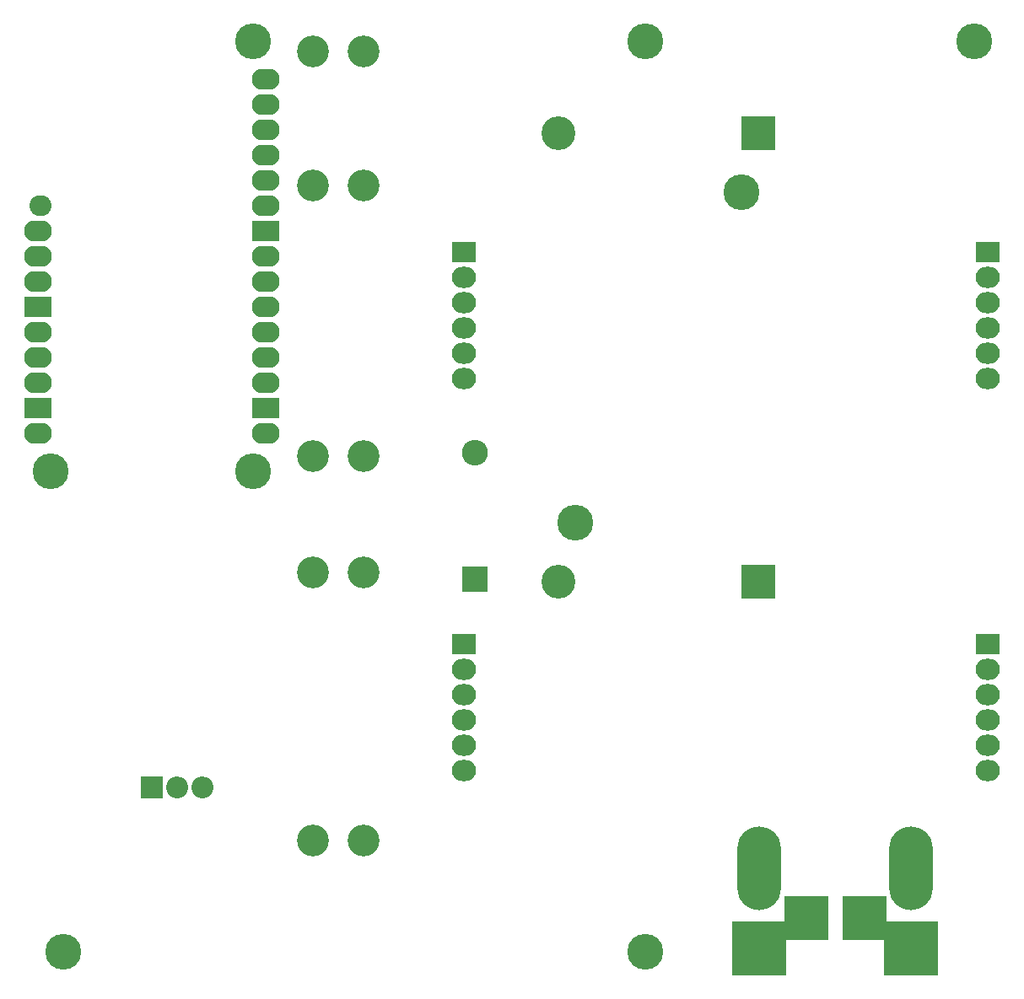
<source format=gbs>
G04 #@! TF.FileFunction,Soldermask,Bot*
%FSLAX46Y46*%
G04 Gerber Fmt 4.6, Leading zero omitted, Abs format (unit mm)*
G04 Created by KiCad (PCBNEW 4.0.4-stable) date 12/14/17 11:03:47*
%MOMM*%
%LPD*%
G01*
G04 APERTURE LIST*
%ADD10C,0.250000*%
%ADD11C,3.600000*%
%ADD12R,2.800000X2.100000*%
%ADD13O,2.800000X2.100000*%
%ADD14O,2.200000X2.100000*%
%ADD15C,3.400000*%
%ADD16R,3.400000X3.400000*%
%ADD17R,2.600000X2.600000*%
%ADD18O,2.600000X2.600000*%
%ADD19O,4.400000X8.400000*%
%ADD20R,5.400000X5.400000*%
%ADD21R,4.400000X4.400000*%
%ADD22O,2.432000X2.127200*%
%ADD23R,2.432000X2.127200*%
%ADD24C,3.200000*%
%ADD25R,2.200000X2.200000*%
%ADD26O,2.200000X2.200000*%
G04 APERTURE END LIST*
D10*
D11*
X135890000Y-67310000D03*
X135890000Y-158750000D03*
X77470000Y-158750000D03*
D12*
X97790000Y-104140000D03*
D13*
X97790000Y-101600000D03*
X97790000Y-99060000D03*
X97790000Y-96520000D03*
X97790000Y-93980000D03*
D14*
X75180000Y-83820000D03*
D13*
X97790000Y-91440000D03*
X74930000Y-86360000D03*
X97790000Y-88900000D03*
X74930000Y-88900000D03*
D12*
X97790000Y-86360000D03*
D13*
X74930000Y-91440000D03*
X97790000Y-83820000D03*
D12*
X74930000Y-93980000D03*
D13*
X97790000Y-81280000D03*
X74930000Y-96520000D03*
X97790000Y-78740000D03*
X74930000Y-99060000D03*
X97790000Y-76200000D03*
X74930000Y-101600000D03*
X97790000Y-73660000D03*
D12*
X74930000Y-104140000D03*
D13*
X97790000Y-71120000D03*
X74930000Y-106680000D03*
X97790000Y-106680000D03*
D11*
X96520000Y-67310000D03*
X96520000Y-110490000D03*
X76200000Y-110490000D03*
X128840000Y-115650000D03*
X145480000Y-82470000D03*
D15*
X127160000Y-121560000D03*
D16*
X147160000Y-121560000D03*
X147160000Y-76560000D03*
D15*
X127160000Y-76560000D03*
D17*
X118745000Y-121285000D03*
D18*
X118745000Y-108585000D03*
D19*
X162560000Y-150400000D03*
D20*
X162560000Y-158400000D03*
D21*
X157860000Y-155400000D03*
D22*
X117625000Y-101175000D03*
X117625000Y-98635000D03*
X117625000Y-96095000D03*
X117625000Y-93555000D03*
X117625000Y-91015000D03*
D23*
X117625000Y-88475000D03*
D24*
X102455980Y-68336160D03*
X107535980Y-68336160D03*
X102453440Y-81798160D03*
X107533440Y-81798160D03*
X102453440Y-108976160D03*
X107533440Y-108976160D03*
X102453440Y-120660160D03*
X107533440Y-120660160D03*
X102453440Y-147584160D03*
X107533440Y-147584160D03*
D22*
X117625000Y-140550000D03*
X117625000Y-138010000D03*
X117625000Y-135470000D03*
X117625000Y-132930000D03*
X117625000Y-130390000D03*
D23*
X117625000Y-127850000D03*
D22*
X170200000Y-101175000D03*
X170200000Y-98635000D03*
X170200000Y-96095000D03*
X170200000Y-93555000D03*
X170200000Y-91015000D03*
D23*
X170200000Y-88475000D03*
D22*
X170200000Y-140525000D03*
X170200000Y-137985000D03*
X170200000Y-135445000D03*
X170200000Y-132905000D03*
X170200000Y-130365000D03*
D23*
X170200000Y-127825000D03*
D25*
X86360000Y-142240000D03*
D26*
X88900000Y-142240000D03*
X91440000Y-142240000D03*
D19*
X147320000Y-150400000D03*
D20*
X147320000Y-158400000D03*
D21*
X152020000Y-155400000D03*
D11*
X168910000Y-67310000D03*
M02*

</source>
